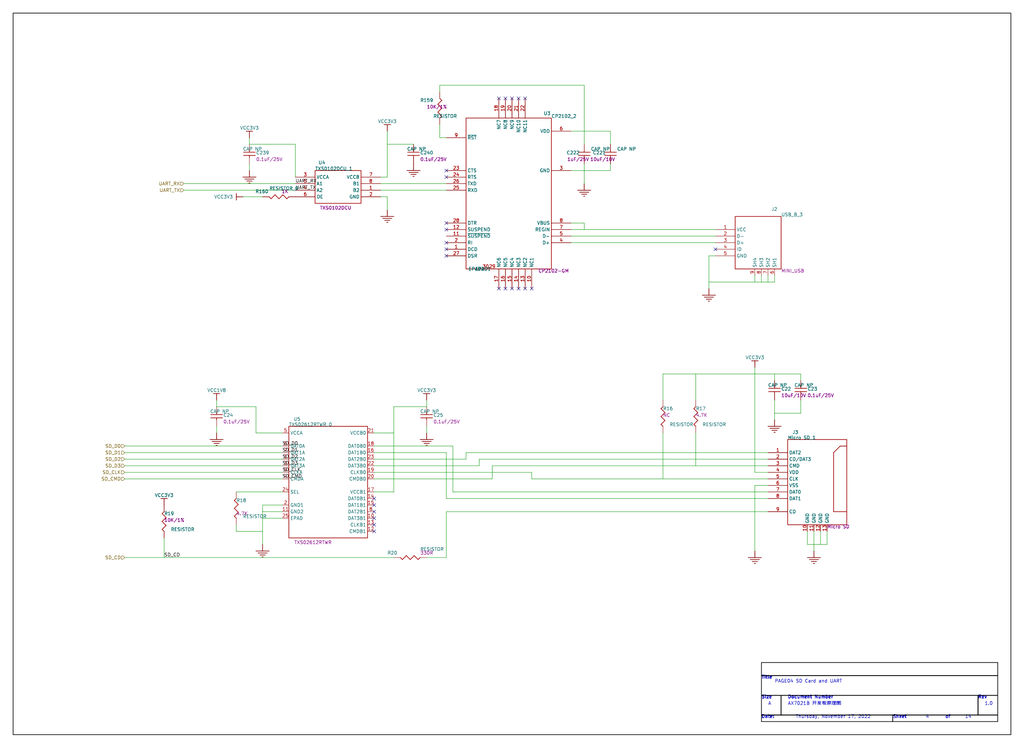
<source format=kicad_sch>
(kicad_sch (version 20231120) (generator "eeschema") (generator_version "8.0")
  (paper "User" 396.24 289.56)
  (title_block (title "PAGE04 SD Card and UART"))
  (lib_symbols
    (symbol "proj1-altium-import:GND_POWER_GROUND" (power)
      (property "Reference" "#PWR" (at 0 0 0))
      (property "Value" "GND" (at 0 6.35 0))
      (symbol "GND_POWER_GROUND_0_0"
        (polyline (pts (xy -2.54 -2.54) (xy 2.54 -2.54)) (stroke (width 0.254)))
        (polyline (pts (xy -1.778 -3.302) (xy 1.778 -3.302)) (stroke (width 0.254)))
        (polyline (pts (xy -1.016 -4.064) (xy 1.016 -4.064)) (stroke (width 0.254)))
        (polyline (pts (xy -0.254 -4.826) (xy 0.254 -4.826)) (stroke (width 0.254)))
        (polyline (pts (xy 0 0) (xy 0 -2.54)) (stroke (width 0.254)))
        (pin power_in line (at 0 0 0) (length 0) hide (name "GND") (number ""))
      )
    )
    (symbol "proj1-altium-import:VCC1V8_BAR" (power)
      (property "Reference" "#PWR" (at 0 0 0))
      (property "Value" "VCC1V8" (at 0 3.81 0))
      (symbol "VCC1V8_BAR_0_0"
        (polyline (pts (xy -1.27 -2.54) (xy 1.27 -2.54)) (stroke (width 0.254)))
        (polyline (pts (xy 0 0) (xy 0 -2.54)) (stroke (width 0.254)))
        (pin power_in line (at 0 0 0) (length 0) hide (name "VCC1V8") (number ""))
      )
    )
    (symbol "proj1-altium-import:VCC3V3_BAR" (power)
      (property "Reference" "#PWR" (at 0 0 0))
      (property "Value" "VCC3V3" (at 0 3.81 0))
      (symbol "VCC3V3_BAR_0_0"
        (polyline (pts (xy -1.27 -2.54) (xy 1.27 -2.54)) (stroke (width 0.254)))
        (polyline (pts (xy 0 0) (xy 0 -2.54)) (stroke (width 0.254)))
        (pin power_in line (at 0 0 0) (length 0) hide (name "VCC3V3") (number ""))
      )
    )
    (symbol "proj1-altium-import:root_0_CAP NP"
      (symbol "root_0_CAP NP_1_0"
        (polyline (pts (xy 0.254 -1.778) (xy 4.826 -1.778)) (stroke (width 0.254) (color 160 0 0 1)))
        (polyline (pts (xy 0.254 -0.508) (xy 4.826 -0.508)) (stroke (width 0.254) (color 160 0 0 1)))
        (polyline (pts (xy 2.54 -2.54) (xy 2.54 -1.778)) (stroke (width 0.254) (color 160 0 0 1)))
        (polyline (pts (xy 2.54 0) (xy 2.54 -0.508)) (stroke (width 0.254) (color 160 0 0 1)))
        (pin passive line (at 2.54 2.54 270) (length 2.54) (name "1") (number "1"))
        (pin passive line (at 2.54 -5.08 90) (length 2.54) (name "2") (number "2"))
      )
    )
    (symbol "proj1-altium-import:root_0_Micro SD_1"
      (symbol "root_0_Micro SD_1_1_0"
        (polyline (pts (xy 17.78 -27.94) (xy 22.86 -27.94)) (stroke (width 0.254) (color 160 0 0 1)))
        (polyline (pts (xy 17.78 -5.08) (xy 17.78 -27.94)) (stroke (width 0.254) (color 160 0 0 1)))
        (polyline (pts (xy 20.32 -2.54) (xy 17.78 -5.08)) (stroke (width 0.254) (color 160 0 0 1)))
        (polyline (pts (xy 22.86 -2.54) (xy 20.32 -2.54)) (stroke (width 0.254) (color 160 0 0 1)))
        (rectangle (start 0 0) (end 22.86 -33.02) (stroke (width 0.254) (color 160 0 0 1)))
        (pin passive line (at -7.62 -5.08 0) (length 7.62) (name "DAT2") (number "1"))
        (pin passive line (at 7.62 -35.56 90) (length 2.54) (name "GND") (number "10"))
        (pin passive line (at 10.16 -35.56 90) (length 2.54) (name "GND") (number "11"))
        (pin passive line (at 12.7 -35.56 90) (length 2.54) (name "GND") (number "12"))
        (pin passive line (at 15.24 -35.56 90) (length 2.54) (name "GND") (number "13"))
        (pin passive line (at -7.62 -7.62 0) (length 7.62) (name "CD/DAT3") (number "2"))
        (pin passive line (at -7.62 -10.16 0) (length 7.62) (name "CMD") (number "3"))
        (pin passive line (at -7.62 -12.7 0) (length 7.62) (name "VDD") (number "4"))
        (pin passive line (at -7.62 -15.24 0) (length 7.62) (name "CLK") (number "5"))
        (pin passive line (at -7.62 -17.78 0) (length 7.62) (name "VSS") (number "6"))
        (pin passive line (at -7.62 -20.32 0) (length 7.62) (name "DAT0") (number "7"))
        (pin passive line (at -7.62 -22.86 0) (length 7.62) (name "DAT1") (number "8"))
        (pin passive line (at -7.62 -27.94 0) (length 7.62) (name "CD") (number "9"))
      )
    )
    (symbol "proj1-altium-import:root_0_TXS0102DCU_1"
      (symbol "root_0_TXS0102DCU_1_1_0"
        (rectangle (start 0 0) (end 17.78 -12.7) (stroke (width 0.254) (color 160 0 0 1)))
        (pin passive line (at 25.4 -7.62 180) (length 7.62) (name "B2") (number "1"))
        (pin passive line (at 25.4 -10.16 180) (length 7.62) (name "GND") (number "2"))
        (pin passive line (at -7.62 -2.54 0) (length 7.62) (name "VCCA") (number "3"))
        (pin passive line (at -7.62 -7.62 0) (length 7.62) (name "A2") (number "4"))
        (pin passive line (at -7.62 -5.08 0) (length 7.62) (name "A1") (number "5"))
        (pin passive line (at -7.62 -10.16 0) (length 7.62) (name "OE") (number "6"))
        (pin passive line (at 25.4 -2.54 180) (length 7.62) (name "VCCB") (number "7"))
        (pin passive line (at 25.4 -5.08 180) (length 7.62) (name "B1") (number "8"))
      )
    )
    (symbol "proj1-altium-import:root_0_TXS02612RTWR_0"
      (symbol "root_0_TXS02612RTWR_0_1_0"
        (rectangle (start 0 0) (end 30.48 -43.18) (stroke (width 0.254) (color 160 0 0 1)))
        (pin passive line (at -2.54 -12.7 0) (length 2.54) (name "DAT2A") (number "1"))
        (pin passive line (at 33.02 -35.56 180) (length 2.54) (name "DAT3B1") (number "10"))
        (pin passive line (at -2.54 -33.02 0) (length 2.54) (name "GND2") (number "11"))
        (pin passive line (at 33.02 -40.64 180) (length 2.54) (name "CMDB1") (number "12"))
        (pin passive line (at 33.02 -38.1 180) (length 2.54) (name "CLKB1") (number "13"))
        (pin passive line (at 33.02 -27.94 180) (length 2.54) (name "DAT0B1") (number "14"))
        (pin passive line (at 33.02 -30.48 180) (length 2.54) (name "DAT1B1") (number "15"))
        (pin passive line (at 33.02 -10.16 180) (length 2.54) (name "DAT1B0") (number "16"))
        (pin passive line (at 33.02 -25.4 180) (length 2.54) (name "VCCB1") (number "17"))
        (pin passive line (at 33.02 -7.62 180) (length 2.54) (name "DAT0B0") (number "18"))
        (pin passive line (at 33.02 -17.78 180) (length 2.54) (name "CLKB0") (number "19"))
        (pin passive line (at -2.54 -30.48 0) (length 2.54) (name "GND1") (number "2"))
        (pin passive line (at 33.02 -20.32 180) (length 2.54) (name "CMDB0") (number "20"))
        (pin passive line (at 33.02 -2.54 180) (length 2.54) (name "VCCB0") (number "21"))
        (pin passive line (at 33.02 -15.24 180) (length 2.54) (name "DAT3B0") (number "22"))
        (pin passive line (at 33.02 -12.7 180) (length 2.54) (name "DAT2B0") (number "23"))
        (pin passive line (at -2.54 -25.4 0) (length 2.54) (name "SEL") (number "24"))
        (pin passive line (at -2.54 -35.56 0) (length 2.54) (name "EPAD") (number "25"))
        (pin passive line (at -2.54 -15.24 0) (length 2.54) (name "DAT3A") (number "3"))
        (pin passive line (at -2.54 -20.32 0) (length 2.54) (name "CMDA") (number "4"))
        (pin passive line (at -2.54 -2.54 0) (length 2.54) (name "VCCA") (number "5"))
        (pin passive line (at -2.54 -7.62 0) (length 2.54) (name "DAT0A") (number "6"))
        (pin passive line (at -2.54 -10.16 0) (length 2.54) (name "DAT1A") (number "7"))
        (pin passive line (at 33.02 -33.02 180) (length 2.54) (name "DAT2B1") (number "8"))
        (pin passive line (at -2.54 -17.78 0) (length 2.54) (name "CLKA") (number "9"))
      )
    )
    (symbol "proj1-altium-import:root_0_mirrored_CAP NP"
      (symbol "root_0_mirrored_CAP NP_1_0"
        (polyline (pts (xy -2.54 -2.54) (xy -2.54 -1.778)) (stroke (width 0.254) (color 160 0 0 1)))
        (polyline (pts (xy -2.54 0) (xy -2.54 -0.508)) (stroke (width 0.254) (color 160 0 0 1)))
        (polyline (pts (xy -0.254 -1.778) (xy -4.826 -1.778)) (stroke (width 0.254) (color 160 0 0 1)))
        (polyline (pts (xy -0.254 -0.508) (xy -4.826 -0.508)) (stroke (width 0.254) (color 160 0 0 1)))
        (pin passive line (at -2.54 2.54 270) (length 2.54) (name "1") (number "1"))
        (pin passive line (at -2.54 -5.08 90) (length 2.54) (name "2") (number "2"))
      )
    )
    (symbol "proj1-altium-import:root_0_mirrored_CP2102_2"
      (symbol "root_0_mirrored_CP2102_2_1_0"
        (rectangle (start -33.02 0) (end 0 -58.42) (stroke (width 0.254) (color 160 0 0 1)))
        (pin passive line (at -40.64 -50.8 0) (length 7.62) (name "DCD") (number "1"))
        (pin passive line (at -7.62 -66.04 90) (length 7.62) (name "NC1") (number "10"))
        (pin passive line (at -40.64 -45.72 0) (length 7.62) (name "~{SUSPEND}") (number "11"))
        (pin passive line (at -40.64 -43.18 0) (length 7.62) (name "SUSPEND") (number "12"))
        (pin passive line (at -10.16 -66.04 90) (length 7.62) (name "NC2") (number "13"))
        (pin passive line (at -12.7 -66.04 90) (length 7.62) (name "NC3") (number "14"))
        (pin passive line (at -15.24 -66.04 90) (length 7.62) (name "NC4") (number "15"))
        (pin passive line (at -17.78 -66.04 90) (length 7.62) (name "NC5") (number "16"))
        (pin passive line (at -20.32 -66.04 90) (length 7.62) (name "NC6") (number "17"))
        (pin passive line (at -20.32 7.62 270) (length 7.62) (name "NC7") (number "18"))
        (pin passive line (at -17.78 7.62 270) (length 7.62) (name "NC8") (number "19"))
        (pin passive line (at -40.64 -48.26 0) (length 7.62) (name "RI") (number "2"))
        (pin passive line (at -15.24 7.62 270) (length 7.62) (name "NC9") (number "20"))
        (pin passive line (at -12.7 7.62 270) (length 7.62) (name "NC10") (number "21"))
        (pin passive line (at -10.16 7.62 270) (length 7.62) (name "NC11") (number "22"))
        (pin passive line (at -40.64 -20.32 0) (length 7.62) (name "CTS") (number "23"))
        (pin passive line (at -40.64 -22.86 0) (length 7.62) (name "RTS") (number "24"))
        (pin passive line (at -40.64 -27.94 0) (length 7.62) (name "RXD") (number "25"))
        (pin passive line (at -40.64 -25.4 0) (length 7.62) (name "TXD") (number "26"))
        (pin passive line (at -40.64 -53.34 0) (length 7.62) (name "DSR") (number "27"))
        (pin passive line (at -40.64 -40.64 0) (length 7.62) (name "DTR") (number "28"))
        (pin passive line (at -22.86 -58.42 180) (length 0) (name "EPAD1") (number "29"))
        (pin passive line (at 7.62 -20.32 180) (length 7.62) (name "GND") (number "3"))
        (pin passive line (at -25.4 -58.42 180) (length 0) (name "EPAD2") (number "30"))
        (pin passive line (at 7.62 -48.26 180) (length 7.62) (name "D+") (number "4"))
        (pin passive line (at 7.62 -45.72 180) (length 7.62) (name "D-") (number "5"))
        (pin passive line (at 7.62 -5.08 180) (length 7.62) (name "VDD") (number "6"))
        (pin passive line (at 7.62 -43.18 180) (length 7.62) (name "REGIN") (number "7"))
        (pin passive line (at 7.62 -40.64 180) (length 7.62) (name "VBUS") (number "8"))
        (pin passive line (at -40.64 -7.62 0) (length 7.62) (name "~{RST}") (number "9"))
      )
    )
    (symbol "proj1-altium-import:root_0_mirrored_USB_B_3"
      (symbol "root_0_mirrored_USB_B_3_1_0"
        (rectangle (start -17.78 0) (end 0 -20.32) (stroke (width 0.254) (color 160 0 0 1)))
        (pin passive line (at -25.4 -5.08 0) (length 7.62) (name "VCC") (number "1"))
        (pin passive line (at -25.4 -7.62 0) (length 7.62) (name "D-") (number "2"))
        (pin passive line (at -25.4 -10.16 0) (length 7.62) (name "D+") (number "3"))
        (pin passive line (at -25.4 -12.7 0) (length 7.62) (name "ID") (number "4"))
        (pin passive line (at -25.4 -15.24 0) (length 7.62) (name "GND") (number "5"))
        (pin passive line (at -2.54 -22.86 90) (length 2.54) (name "SH1") (number "6"))
        (pin passive line (at -5.08 -22.86 90) (length 2.54) (name "SH2") (number "7"))
        (pin passive line (at -7.62 -22.86 90) (length 2.54) (name "SH3") (number "8"))
        (pin passive line (at -10.16 -22.86 90) (length 2.54) (name "SH4") (number "9"))
      )
    )
    (symbol "proj1-altium-import:root_2_RESISTOR"
      (symbol "root_2_RESISTOR_1_0"
        (polyline (pts (xy -3.302 0.762) (xy -1.778 2.286)) (stroke (width 0.254) (color 160 0 0 1)))
        (polyline (pts (xy -3.302 3.81) (xy -1.778 5.334)) (stroke (width 0.254) (color 160 0 0 1)))
        (polyline (pts (xy -3.302 6.858) (xy -2.54 7.62)) (stroke (width 0.254) (color 160 0 0 1)))
        (polyline (pts (xy -2.54 0) (xy -3.302 0.762)) (stroke (width 0.254) (color 160 0 0 1)))
        (polyline (pts (xy -1.778 2.286) (xy -3.302 3.81)) (stroke (width 0.254) (color 160 0 0 1)))
        (polyline (pts (xy -1.778 5.334) (xy -3.302 6.858)) (stroke (width 0.254) (color 160 0 0 1)))
        (pin passive line (at -2.54 -2.54 90) (length 2.54) (name "1") (number "1"))
        (pin passive line (at -2.54 10.16 270) (length 2.54) (name "2") (number "2"))
      )
    )
    (symbol "proj1-altium-import:root_2_mirrored_RESISTOR"
      (symbol "root_2_mirrored_RESISTOR_1_0"
        (polyline (pts (xy 1.778 2.286) (xy 3.302 3.81)) (stroke (width 0.254) (color 160 0 0 1)))
        (polyline (pts (xy 1.778 5.334) (xy 3.302 6.858)) (stroke (width 0.254) (color 160 0 0 1)))
        (polyline (pts (xy 2.54 0) (xy 3.302 0.762)) (stroke (width 0.254) (color 160 0 0 1)))
        (polyline (pts (xy 3.302 0.762) (xy 1.778 2.286)) (stroke (width 0.254) (color 160 0 0 1)))
        (polyline (pts (xy 3.302 3.81) (xy 1.778 5.334)) (stroke (width 0.254) (color 160 0 0 1)))
        (polyline (pts (xy 3.302 6.858) (xy 2.54 7.62)) (stroke (width 0.254) (color 160 0 0 1)))
        (pin passive line (at 2.54 -2.54 90) (length 2.54) (name "1") (number "1"))
        (pin passive line (at 2.54 10.16 270) (length 2.54) (name "2") (number "2"))
      )
    )
    (symbol "proj1-altium-import:root_3_RESISTOR"
      (symbol "root_3_RESISTOR_1_0"
        (polyline (pts (xy -6.858 -3.302) (xy -7.62 -2.54)) (stroke (width 0.254) (color 160 0 0 1)))
        (polyline (pts (xy -5.334 -1.778) (xy -6.858 -3.302)) (stroke (width 0.254) (color 160 0 0 1)))
        (polyline (pts (xy -3.81 -3.302) (xy -5.334 -1.778)) (stroke (width 0.254) (color 160 0 0 1)))
        (polyline (pts (xy -2.286 -1.778) (xy -3.81 -3.302)) (stroke (width 0.254) (color 160 0 0 1)))
        (polyline (pts (xy -0.762 -3.302) (xy -2.286 -1.778)) (stroke (width 0.254) (color 160 0 0 1)))
        (polyline (pts (xy 0 -2.54) (xy -0.762 -3.302)) (stroke (width 0.254) (color 160 0 0 1)))
        (pin passive line (at 2.54 -2.54 180) (length 2.54) (name "1") (number "1"))
        (pin passive line (at -10.16 -2.54 0) (length 2.54) (name "2") (number "2"))
      )
    )
    (symbol "proj1-altium-import:root_3_mirrored_RESISTOR_0"
      (symbol "root_3_mirrored_RESISTOR_0_1_0"
        (polyline (pts (xy 0 -2.54) (xy 0.762 -3.302)) (stroke (width 0.254) (color 160 0 0 1)))
        (polyline (pts (xy 0.762 -3.302) (xy 2.286 -1.778)) (stroke (width 0.254) (color 160 0 0 1)))
        (polyline (pts (xy 2.286 -1.778) (xy 3.81 -3.302)) (stroke (width 0.254) (color 160 0 0 1)))
        (polyline (pts (xy 3.81 -3.302) (xy 5.334 -1.778)) (stroke (width 0.254) (color 160 0 0 1)))
        (polyline (pts (xy 5.334 -1.778) (xy 6.858 -3.302)) (stroke (width 0.254) (color 160 0 0 1)))
        (polyline (pts (xy 6.858 -3.302) (xy 7.62 -2.54)) (stroke (width 0.254) (color 160 0 0 1)))
        (pin passive line (at -2.54 -2.54 0) (length 2.54) (name "1") (number "1"))
        (pin passive line (at 10.16 -2.54 180) (length 2.54) (name "2") (number "2"))
      )
    )
  )
  (no_connect (at 144.78 200.66))
  (no_connect (at 200.66 38.1))
  (no_connect (at 205.74 111.76))
  (no_connect (at 172.72 88.9))
  (no_connect (at 172.72 93.98))
  (no_connect (at 144.78 193.04))
  (no_connect (at 172.72 66.04))
  (no_connect (at 203.2 38.1))
  (no_connect (at 195.58 111.76))
  (no_connect (at 172.72 68.58))
  (no_connect (at 172.72 96.52))
  (no_connect (at 198.12 38.1))
  (no_connect (at 144.78 205.74))
  (no_connect (at 172.72 99.06))
  (no_connect (at 144.78 198.12))
  (no_connect (at 195.58 38.1))
  (no_connect (at 193.04 111.76))
  (no_connect (at 200.66 111.76))
  (no_connect (at 172.72 86.36))
  (no_connect (at 144.78 203.2))
  (no_connect (at 203.2 111.76))
  (no_connect (at 193.04 38.1))
  (no_connect (at 198.12 111.76))
  (no_connect (at 144.78 195.58))
  (no_connect (at 276.86 96.52))
  (wire (pts (xy 297.18 175.26) (xy 180.34 175.26)))
  (wire (pts (xy 185.42 180.34) (xy 144.78 180.34)))
  (wire (pts (xy 299.72 144.78) (xy 292.1 144.78)))
  (wire (pts (xy 185.42 177.8) (xy 185.42 180.34)))
  (wire (pts (xy 226.06 55.88) (xy 226.06 50.8)))
  (wire (pts (xy 109.22 175.26) (xy 48.26 175.26)))
  (wire (pts (xy 172.72 175.26) (xy 144.78 175.26)))
  (wire (pts (xy 256.54 144.78) (xy 256.54 154.94)))
  (wire (pts (xy 114.3 73.66) (xy 71.12 73.66)))
  (wire (pts (xy 205.74 185.42) (xy 205.74 182.88)))
  (wire (pts (xy 226.06 63.5) (xy 226.06 66.04)))
  (wire (pts (xy 147.32 76.2) (xy 149.86 76.2)))
  (wire (pts (xy 314.96 210.82) (xy 314.96 205.74)))
  (wire (pts (xy 91.44 205.74) (xy 91.44 203.2)))
  (wire (pts (xy 109.22 198.12) (xy 101.6 198.12)))
  (wire (pts (xy 99.06 157.48) (xy 83.82 157.48)))
  (wire (pts (xy 205.74 182.88) (xy 144.78 182.88)))
  (wire (pts (xy 96.52 66.04) (xy 96.52 63.5)))
  (wire (pts (xy 314.96 210.82) (xy 312.42 210.82)))
  (wire (pts (xy 276.86 91.44) (xy 220.98 91.44)))
  (wire (pts (xy 99.06 167.64) (xy 99.06 157.48)))
  (wire (pts (xy 274.32 111.76) (xy 274.32 109.22)))
  (wire (pts (xy 175.26 172.72) (xy 144.78 172.72)))
  (wire (pts (xy 165.1 167.64) (xy 165.1 165.1)))
  (wire (pts (xy 109.22 182.88) (xy 48.26 182.88)))
  (wire (pts (xy 165.1 215.9) (xy 172.72 215.9)))
  (wire (pts (xy 101.6 200.66) (xy 101.6 205.74)))
  (wire (pts (xy 226.06 50.8) (xy 226.06 33.02)))
  (wire (pts (xy 299.72 106.68) (xy 299.72 109.22)))
  (wire (pts (xy 114.3 71.12) (xy 71.12 71.12)))
  (wire (pts (xy 172.72 198.12) (xy 297.18 198.12)))
  (wire (pts (xy 226.06 66.04) (xy 236.22 66.04)))
  (wire (pts (xy 170.18 33.02) (xy 170.18 35.56)))
  (wire (pts (xy 236.22 55.88) (xy 236.22 50.8)))
  (wire (pts (xy 269.24 144.78) (xy 256.54 144.78)))
  (wire (pts (xy 312.42 210.82) (xy 312.42 205.74)))
  (wire (pts (xy 297.18 180.34) (xy 269.24 180.34)))
  (wire (pts (xy 172.72 73.66) (xy 147.32 73.66)))
  (wire (pts (xy 274.32 109.22) (xy 274.32 99.06)))
  (wire (pts (xy 299.72 144.78) (xy 299.72 147.32)))
  (wire (pts (xy 152.4 215.9) (xy 63.5 215.9)))
  (wire (pts (xy 149.86 50.8) (xy 149.86 55.88)))
  (wire (pts (xy 96.52 55.88) (xy 96.52 53.34)))
  (wire (pts (xy 309.88 160.02) (xy 299.72 160.02)))
  (wire (pts (xy 114.3 55.88) (xy 96.52 55.88)))
  (wire (pts (xy 93.98 76.2) (xy 101.6 76.2)))
  (wire (pts (xy 83.82 167.64) (xy 83.82 165.1)))
  (wire (pts (xy 114.3 68.58) (xy 114.3 55.88)))
  (wire (pts (xy 63.5 215.9) (xy 63.5 208.28)))
  (wire (pts (xy 317.5 205.74) (xy 317.5 210.82)))
  (wire (pts (xy 269.24 180.34) (xy 190.5 180.34)))
  (wire (pts (xy 101.6 198.12) (xy 101.6 195.58)))
  (wire (pts (xy 172.72 215.9) (xy 172.72 198.12)))
  (wire (pts (xy 314.96 213.36) (xy 314.96 210.82)))
  (wire (pts (xy 152.4 190.5) (xy 152.4 167.64)))
  (wire (pts (xy 109.22 177.8) (xy 48.26 177.8)))
  (wire (pts (xy 180.34 177.8) (xy 144.78 177.8)))
  (wire (pts (xy 292.1 144.78) (xy 269.24 144.78)))
  (wire (pts (xy 309.88 147.32) (xy 309.88 144.78)))
  (wire (pts (xy 256.54 185.42) (xy 256.54 167.64)))
  (wire (pts (xy 175.26 190.5) (xy 175.26 172.72)))
  (wire (pts (xy 152.4 157.48) (xy 152.4 167.64)))
  (wire (pts (xy 165.1 157.48) (xy 152.4 157.48)))
  (wire (pts (xy 297.18 109.22) (xy 297.18 106.68)))
  (wire (pts (xy 226.06 50.8) (xy 220.98 50.8)))
  (wire (pts (xy 292.1 187.96) (xy 292.1 213.36)))
  (wire (pts (xy 149.86 76.2) (xy 149.86 81.28)))
  (wire (pts (xy 165.1 154.94) (xy 165.1 157.48)))
  (wire (pts (xy 109.22 172.72) (xy 48.26 172.72)))
  (wire (pts (xy 320.04 205.74) (xy 320.04 210.82)))
  (wire (pts (xy 292.1 144.78) (xy 292.1 142.24)))
  (wire (pts (xy 297.18 193.04) (xy 172.72 193.04)))
  (wire (pts (xy 172.72 193.04) (xy 172.72 175.26)))
  (wire (pts (xy 226.06 71.12) (xy 226.06 66.04)))
  (wire (pts (xy 101.6 205.74) (xy 91.44 205.74)))
  (wire (pts (xy 256.54 185.42) (xy 205.74 185.42)))
  (wire (pts (xy 297.18 109.22) (xy 294.64 109.22)))
  (wire (pts (xy 190.5 180.34) (xy 190.5 185.42)))
  (wire (pts (xy 299.72 160.02) (xy 299.72 162.56)))
  (wire (pts (xy 226.06 66.04) (xy 220.98 66.04)))
  (wire (pts (xy 190.5 185.42) (xy 144.78 185.42)))
  (wire (pts (xy 101.6 195.58) (xy 109.22 195.58)))
  (wire (pts (xy 226.06 33.02) (xy 170.18 33.02)))
  (wire (pts (xy 294.64 109.22) (xy 294.64 106.68)))
  (wire (pts (xy 269.24 144.78) (xy 269.24 154.94)))
  (wire (pts (xy 299.72 109.22) (xy 297.18 109.22)))
  (wire (pts (xy 236.22 50.8) (xy 226.06 50.8)))
  (wire (pts (xy 309.88 154.94) (xy 309.88 160.02)))
  (wire (pts (xy 297.18 185.42) (xy 256.54 185.42)))
  (wire (pts (xy 172.72 53.34) (xy 170.18 53.34)))
  (wire (pts (xy 170.18 53.34) (xy 170.18 48.26)))
  (wire (pts (xy 274.32 99.06) (xy 276.86 99.06)))
  (wire (pts (xy 276.86 93.98) (xy 220.98 93.98)))
  (wire (pts (xy 292.1 109.22) (xy 274.32 109.22)))
  (wire (pts (xy 149.86 68.58) (xy 147.32 68.58)))
  (wire (pts (xy 172.72 71.12) (xy 147.32 71.12)))
  (wire (pts (xy 109.22 190.5) (xy 91.44 190.5)))
  (wire (pts (xy 292.1 106.68) (xy 292.1 109.22)))
  (wire (pts (xy 63.5 215.9) (xy 48.26 215.9)))
  (wire (pts (xy 320.04 210.82) (xy 317.5 210.82)))
  (wire (pts (xy 149.86 55.88) (xy 160.02 55.88)))
  (wire (pts (xy 269.24 167.64) (xy 269.24 180.34)))
  (wire (pts (xy 226.06 86.36) (xy 220.98 86.36)))
  (wire (pts (xy 309.88 144.78) (xy 299.72 144.78)))
  (wire (pts (xy 292.1 182.88) (xy 292.1 144.78)))
  (wire (pts (xy 109.22 200.66) (xy 101.6 200.66)))
  (wire (pts (xy 226.06 88.9) (xy 226.06 86.36)))
  (wire (pts (xy 297.18 182.88) (xy 292.1 182.88)))
  (wire (pts (xy 101.6 200.66) (xy 101.6 198.12)))
  (wire (pts (xy 109.22 185.42) (xy 48.26 185.42)))
  (wire (pts (xy 236.22 66.04) (xy 236.22 63.5)))
  (wire (pts (xy 180.34 175.26) (xy 180.34 177.8)))
  (wire (pts (xy 144.78 190.5) (xy 152.4 190.5)))
  (wire (pts (xy 294.64 109.22) (xy 292.1 109.22)))
  (wire (pts (xy 297.18 177.8) (xy 185.42 177.8)))
  (wire (pts (xy 299.72 160.02) (xy 299.72 154.94)))
  (wire (pts (xy 152.4 167.64) (xy 144.78 167.64)))
  (wire (pts (xy 109.22 180.34) (xy 48.26 180.34)))
  (wire (pts (xy 317.5 210.82) (xy 314.96 210.82)))
  (wire (pts (xy 297.18 187.96) (xy 292.1 187.96)))
  (wire (pts (xy 276.86 88.9) (xy 226.06 88.9)))
  (wire (pts (xy 149.86 55.88) (xy 149.86 68.58)))
  (wire (pts (xy 297.18 190.5) (xy 175.26 190.5)))
  (wire (pts (xy 226.06 88.9) (xy 220.98 88.9)))
  (wire (pts (xy 101.6 210.82) (xy 101.6 205.74)))
  (wire (pts (xy 109.22 167.64) (xy 99.06 167.64)))
  (wire (pts (xy 83.82 157.48) (xy 83.82 154.94)))
  (rectangle (start 391.16 5.08) (end 5.08 284.48) (stroke (width 0.254) (color 0 0 0 1)))
  (rectangle (start 386.08 269.24) (end 378.46 276.86) (stroke (width 0.254) (color 0 0 0 1)))
  (rectangle (start 345.44 276.86) (end 294.64 279.4) (stroke (width 0.254) (color 0 0 0 1)))
  (rectangle (start 386.08 256.54) (end 294.64 261.62) (stroke (width 0.254) (color 0 0 0 1)))
  (rectangle (start 386.08 276.86) (end 345.44 279.4) (stroke (width 0.254) (color 0 0 0 1)))
  (rectangle (start 378.46 269.24) (end 302.26 276.86) (stroke (width 0.254) (color 0 0 0 1)))
  (rectangle (start 302.26 269.24) (end 294.64 276.86) (stroke (width 0.254) (color 0 0 0 1)))
  (rectangle (start 386.08 261.62) (end 294.64 269.24) (stroke (width 0.254) (color 0 0 0 1)))
  (text "Sheet" (at 345.44 276.86 0) (effects (font (size 1.27 1.27)) (justify left top)))
  (text "PAGE04 SD Card and UART" (at 299.72 263.144 0) (effects (font (size 1.27 1.27)) (justify left top)))
  (text "Size" (at 294.64 269.24 0) (effects (font (size 1.27 1.27)) (justify left top)))
  (text "Rev" (at 378.46 269.24 0) (effects (font (size 1.27 1.27)) (justify left top)))
  (text "Sheet" (at 345.44 276.86 0) (effects (font (size 1.27 1.27)) (justify left top)))
  (text "of" (at 365.76 276.86 0) (effects (font (size 1.27 1.27)) (justify left top)))
  (text "4" (at 358.14 276.86 0) (effects (font (size 1.27 1.27)) (justify left top)))
  (text "AX7021B 开发板原理图" (at 304.8 271.78 0) (effects (font (size 1.27 1.27)) (justify left top)))
  (text "Size" (at 294.64 269.24 0) (effects (font (size 1.27 1.27)) (justify left top)))
  (text "Date:" (at 294.64 276.86 0) (effects (font (size 1.27 1.27)) (justify left top)))
  (text "Date:" (at 294.64 276.86 0) (effects (font (size 1.27 1.27)) (justify left top)))
  (text "Document Number" (at 304.8 269.24 0) (effects (font (size 1.27 1.27)) (justify left top)))
  (text "Sheet" (at 345.44 276.86 0) (effects (font (size 1.27 1.27)) (justify left top)))
  (text "Document Number" (at 304.8 269.24 0) (effects (font (size 1.27 1.27)) (justify left top)))
  (text "1.0" (at 381 271.78 0) (effects (font (size 1.27 1.27)) (justify left top)))
  (text "of" (at 365.76 276.86 0) (effects (font (size 1.27 1.27)) (justify left top)))
  (text "Thursday, November 17, 2022" (at 307.848 276.86 0) (effects (font (size 1.27 1.27)) (justify left top)))
  (text "Rev" (at 378.46 269.24 0) (effects (font (size 1.27 1.27)) (justify left top)))
  (text "Size" (at 294.64 269.24 0) (effects (font (size 1.27 1.27)) (justify left top)))
  (text "Rev" (at 378.46 269.24 0) (effects (font (size 1.27 1.27)) (justify left top)))
  (text "Title" (at 294.64 261.62 0) (effects (font (size 1.27 1.27)) (justify left top)))
  (text "A" (at 297.18 271.78 0) (effects (font (size 1.27 1.27)) (justify left top)))
  (text "Title" (at 294.64 261.62 0) (effects (font (size 1.27 1.27)) (justify left top)))
  (text "Title" (at 294.64 261.62 0) (effects (font (size 1.27 1.27)) (justify left top)))
  (text "Rev" (at 378.46 269.24 0) (effects (font (size 1.27 1.27)) (justify left top)))
  (text "of" (at 365.76 276.86 0) (effects (font (size 1.27 1.27)) (justify left top)))
  (text "Document Number" (at 304.8 269.24 0) (effects (font (size 1.27 1.27)) (justify left top)))
  (text "Date:" (at 294.64 276.86 0) (effects (font (size 1.27 1.27)) (justify left top)))
  (text "Document Number" (at 304.8 269.24 0) (effects (font (size 1.27 1.27)) (justify left top)))
  (text "of" (at 365.76 276.86 0) (effects (font (size 1.27 1.27)) (justify left top)))
  (text "14" (at 373.38 276.86 0) (effects (font (size 1.27 1.27)) (justify left top)))
  (text "Size" (at 294.64 269.24 0) (effects (font (size 1.27 1.27)) (justify left top)))
  (text "Sheet" (at 345.44 276.86 0) (effects (font (size 1.27 1.27)) (justify left top)))
  (text "Date:" (at 294.64 276.86 0) (effects (font (size 1.27 1.27)) (justify left top)))
  (text "Title" (at 294.64 261.62 0) (effects (font (size 1.27 1.27)) (justify left top)))
  (label "SD_D0" (at 109.22 172.72 0))
  (label "SD_CMD" (at 109.22 185.42 0))
  (label "UART_RX" (at 114.3 71.12 0))
  (label "SD_D1" (at 109.22 175.26 0))
  (label "SD_CD" (at 63.5 215.9 0))
  (label "SD_CLK" (at 109.22 182.88 0))
  (label "UART_TX" (at 114.3 73.66 0))
  (label "SD_D3" (at 109.22 180.34 0))
  (label "SD_D2" (at 109.22 177.8 0))
  (hierarchical_label "SD_D0" (shape input) (at 48.26 172.72 180))
  (hierarchical_label "SD_D1" (shape input) (at 48.26 175.26 180))
  (hierarchical_label "SD_D3" (shape input) (at 48.26 180.34 180))
  (hierarchical_label "SD_CD" (shape input) (at 48.26 215.9 180))
  (hierarchical_label "UART_TX" (shape input) (at 71.12 73.66 180))
  (hierarchical_label "UART_RX" (shape input) (at 71.12 71.12 180))
  (hierarchical_label "SD_D2" (shape input) (at 48.26 177.8 180))
  (hierarchical_label "SD_CLK" (shape input) (at 48.26 182.88 180))
  (hierarchical_label "SD_CMD" (shape input) (at 48.26 185.42 180))
  (symbol (lib_id "proj1-altium-import:root_2_RESISTOR") (at 66.04 205.74 0) (unit 1)
    (property "Reference" "R19" (at 63.5 198.12 0) (effects (justify left top)))
    (property "Value" "RESISTOR" (at 66.04 205.74 0) (effects (justify left bottom)))
    (property "SYMBOL" "RESISTOR" (effects (hide yes)))
    (property "DEVICE" "RESISTOR" (effects (hide yes)))
    (property "PCB FOOTPRINT" "R0402" (effects (hide yes)))
    (property "SOURCE PACKAGE" "RESISTOR" (effects (hide yes)))
    (property "PRIMITIVE" "DEFAULT" (effects (hide yes)))
    (property "VA" "电阻" (effects (hide yes)))
    (property "ALTIUM_VALUE" "10K/1%" (at 63.5 200.66 0) (effects (justify left top)))
    (property "IMPLEMENTATION TYPE" "<none>" (effects (hide yes)))
    (property "POWER PINS VISIBLE" "False" (effects (hide yes)))
    (property "ADD INTO BOM" "yes" (effects (hide yes)))
    (property "CONVERT TO PCB" "yes" (effects (hide yes)))
    (property "ORIGIN FOOTPRINT" "R0402" (effects (hide yes)))
  )
  (symbol (lib_id "proj1-altium-import:root_2_RESISTOR") (at 93.98 200.66 0) (unit 1)
    (property "Reference" "R18" (at 91.44 193.04 0) (effects (justify left top)))
    (property "Value" "RESISTOR" (at 93.98 200.66 0) (effects (justify left bottom)))
    (property "SYMBOL" "RESISTOR" (effects (hide yes)))
    (property "DEVICE" "RESISTOR" (effects (hide yes)))
    (property "PCB FOOTPRINT" "R0402" (effects (hide yes)))
    (property "SOURCE PACKAGE" "RESISTOR" (effects (hide yes)))
    (property "PRIMITIVE" "DEFAULT" (effects (hide yes)))
    (property "VA" "电阻" (effects (hide yes)))
    (property "ALTIUM_VALUE" "4.7K" (at 91.44 198.12 0) (effects (justify left top)))
    (property "IMPLEMENTATION TYPE" "<none>" (effects (hide yes)))
    (property "POWER PINS VISIBLE" "False" (effects (hide yes)))
    (property "ADD INTO BOM" "yes" (effects (hide yes)))
    (property "CONVERT TO PCB" "yes" (effects (hide yes)))
    (property "ORIGIN FOOTPRINT" "R0402" (effects (hide yes)))
  )
  (symbol (lib_id "proj1-altium-import:root_0_CAP NP") (at 297.18 149.86 0) (unit 1)
    (property "Reference" "C22" (at 302.26 149.86 0) (effects (justify left top)))
    (property "Value" "CAP NP" (at 297.18 149.86 0) (effects (justify left bottom)))
    (property "SYMBOL" "CAP NP" (effects (hide yes)))
    (property "DEVICE" "CAP NP" (effects (hide yes)))
    (property "PCB FOOTPRINT" "C0603" (effects (hide yes)))
    (property "SOURCE PACKAGE" "CAP NP" (effects (hide yes)))
    (property "PRIMITIVE" "DEFAULT" (effects (hide yes)))
    (property "VA" "电容" (effects (hide yes)))
    (property "ALTIUM_VALUE" "10uF/10V" (at 302.26 152.4 0) (effects (justify left top)))
    (property "IMPLEMENTATION TYPE" "<none>" (effects (hide yes)))
    (property "POWER PINS VISIBLE" "False" (effects (hide yes)))
    (property "ADD INTO BOM" "yes" (effects (hide yes)))
    (property "CONVERT TO PCB" "yes" (effects (hide yes)))
    (property "ORIGIN FOOTPRINT" "C0603" (effects (hide yes)))
  )
  (symbol (lib_id "proj1-altium-import:GND_POWER_GROUND") (at 160.02 63.5 0) (unit 1)
    (property "Reference" "#PWR?" (effects (hide yes)))
    (property "Value" "GND" (effects (hide yes)))
  )
  (symbol (lib_id "proj1-altium-import:root_2_RESISTOR") (at 271.78 165.1 0) (unit 1)
    (property "Reference" "R17" (at 269.24 157.48 0) (effects (justify left top)))
    (property "Value" "RESISTOR" (at 271.78 165.1 0) (effects (justify left bottom)))
    (property "SYMBOL" "RESISTOR" (effects (hide yes)))
    (property "DEVICE" "RESISTOR" (effects (hide yes)))
    (property "PCB FOOTPRINT" "R0402" (effects (hide yes)))
    (property "SOURCE PACKAGE" "RESISTOR" (effects (hide yes)))
    (property "PRIMITIVE" "DEFAULT" (effects (hide yes)))
    (property "VA" "电阻" (effects (hide yes)))
    (property "ALTIUM_VALUE" "4.7K" (at 269.24 160.02 0) (effects (justify left top)))
    (property "IMPLEMENTATION TYPE" "<none>" (effects (hide yes)))
    (property "POWER PINS VISIBLE" "False" (effects (hide yes)))
    (property "ADD INTO BOM" "yes" (effects (hide yes)))
    (property "CONVERT TO PCB" "yes" (effects (hide yes)))
    (property "ORIGIN FOOTPRINT" "R0402" (effects (hide yes)))
  )
  (symbol (lib_id "proj1-altium-import:root_0_CAP NP") (at 81.28 160.02 0) (unit 1)
    (property "Reference" "C24" (at 86.36 160.02 0) (effects (justify left top)))
    (property "Value" "CAP NP" (at 81.28 160.02 0) (effects (justify left bottom)))
    (property "SYMBOL" "CAP NP" (effects (hide yes)))
    (property "DEVICE" "CAP NP" (effects (hide yes)))
    (property "PCB FOOTPRINT" "C0402" (effects (hide yes)))
    (property "SOURCE PACKAGE" "CAP NP" (effects (hide yes)))
    (property "PRIMITIVE" "DEFAULT" (effects (hide yes)))
    (property "VA" "电容" (effects (hide yes)))
    (property "ALTIUM_VALUE" "0.1uF/25V" (at 86.36 162.56 0) (effects (justify left top)))
    (property "IMPLEMENTATION TYPE" "<none>" (effects (hide yes)))
    (property "POWER PINS VISIBLE" "False" (effects (hide yes)))
    (property "ADD INTO BOM" "yes" (effects (hide yes)))
    (property "CONVERT TO PCB" "yes" (effects (hide yes)))
    (property "ORIGIN FOOTPRINT" "C0402" (effects (hide yes)))
  )
  (symbol (lib_id "proj1-altium-import:GND_POWER_GROUND") (at 96.52 66.04 0) (unit 1)
    (property "Reference" "#PWR?" (effects (hide yes)))
    (property "Value" "GND" (effects (hide yes)))
  )
  (symbol (lib_id "proj1-altium-import:root_0_CAP NP") (at 162.56 160.02 0) (unit 1)
    (property "Reference" "C25" (at 167.64 160.02 0) (effects (justify left top)))
    (property "Value" "CAP NP" (at 162.56 160.02 0) (effects (justify left bottom)))
    (property "SYMBOL" "CAP NP" (effects (hide yes)))
    (property "DEVICE" "CAP NP" (effects (hide yes)))
    (property "PCB FOOTPRINT" "C0402" (effects (hide yes)))
    (property "SOURCE PACKAGE" "CAP NP" (effects (hide yes)))
    (property "PRIMITIVE" "DEFAULT" (effects (hide yes)))
    (property "VA" "电容" (effects (hide yes)))
    (property "ALTIUM_VALUE" "0.1uF/25V" (at 167.64 162.56 0) (effects (justify left top)))
    (property "IMPLEMENTATION TYPE" "<none>" (effects (hide yes)))
    (property "POWER PINS VISIBLE" "False" (effects (hide yes)))
    (property "ADD INTO BOM" "yes" (effects (hide yes)))
    (property "CONVERT TO PCB" "yes" (effects (hide yes)))
    (property "ORIGIN FOOTPRINT" "C0402" (effects (hide yes)))
  )
  (symbol (lib_id "proj1-altium-import:root_0_TXS02612RTWR_0") (at 111.76 165.1 0) (unit 1)
    (property "Reference" "U5" (at 113.538 161.544 0) (effects (justify left top)))
    (property "Value" "TXS02612RTWR_0" (at 111.76 165.1 0) (effects (justify left bottom)))
    (property "SYMBOL" "TXS02612RTWR_0" (effects (hide yes)))
    (property "DEVICE" "TXS02612RTWR_0" (effects (hide yes)))
    (property "PCB FOOTPRINT" "WQFN-24_EP" (effects (hide yes)))
    (property "SOURCE PACKAGE" "TXS02612RTWR_0" (effects (hide yes)))
    (property "PRIMITIVE" "DEFAULT" (effects (hide yes)))
    (property "VA" "芯片" (effects (hide yes)))
    (property "ALTIUM_VALUE" "TXS02612RTWR" (at 113.792 209.296 0) (effects (justify left top)))
    (property "IMPLEMENTATION TYPE" "<none>" (effects (hide yes)))
    (property "POWER PINS VISIBLE" "False" (effects (hide yes)))
    (property "ADD INTO BOM" "yes" (effects (hide yes)))
    (property "CONVERT TO PCB" "yes" (effects (hide yes)))
    (property "ORIGIN FOOTPRINT" "WQFN-24_EP" (effects (hide yes)))
  )
  (symbol (lib_id "proj1-altium-import:GND_POWER_GROUND") (at 314.96 213.36 0) (unit 1)
    (property "Reference" "#PWR?" (effects (hide yes)))
    (property "Value" "GND" (effects (hide yes)))
  )
  (symbol (lib_id "proj1-altium-import:GND_POWER_GROUND") (at 292.1 213.36 0) (unit 1)
    (property "Reference" "#PWR?" (effects (hide yes)))
    (property "Value" "GND" (effects (hide yes)))
  )
  (symbol (lib_id "proj1-altium-import:VCC3V3_BAR") (at 149.86 50.8 180) (unit 1)
    (property "Reference" "#PWR?" (effects (hide yes)))
    (property "Value" "VCC3V3" (at 149.86 46.99 0))
  )
  (symbol (lib_id "proj1-altium-import:root_0_Micro SD_1") (at 304.8 170.18 0) (unit 1)
    (property "Reference" "J3" (at 306.578 166.624 0) (effects (justify left top)))
    (property "Value" "Micro SD_1" (at 304.8 170.18 0) (effects (justify left bottom)))
    (property "SYMBOL" "Micro SD_1" (effects (hide yes)))
    (property "DEVICE" "Micro SD_1" (effects (hide yes)))
    (property "PCB FOOTPRINT" "Micro_sd" (effects (hide yes)))
    (property "SOURCE PACKAGE" "Micro SD_1" (effects (hide yes)))
    (property "PRIMITIVE" "DEFAULT" (effects (hide yes)))
    (property "VA" "SD卡座" (effects (hide yes)))
    (property "ALTIUM_VALUE" "Micro SD" (at 320.04 203.2 0) (effects (justify left top)))
    (property "IMPLEMENTATION TYPE" "<none>" (effects (hide yes)))
    (property "POWER PINS VISIBLE" "False" (effects (hide yes)))
    (property "ADD INTO BOM" "yes" (effects (hide yes)))
    (property "CONVERT TO PCB" "yes" (effects (hide yes)))
    (property "ORIGIN FOOTPRINT" "Micro_sd" (effects (hide yes)))
  )
  (symbol (lib_id "proj1-altium-import:root_0_mirrored_CAP NP") (at 238.76 58.42 0) (unit 1)
    (property "Reference" "C221" (at 229.362 58.42 0) (effects (justify left top)))
    (property "Value" "CAP NP" (at 238.76 58.42 0) (effects (justify left bottom)))
    (property "SYMBOL" "CAP NP" (effects (hide yes)))
    (property "DEVICE" "CAP NP" (effects (hide yes)))
    (property "PCB FOOTPRINT" "C0603" (effects (hide yes)))
    (property "SOURCE PACKAGE" "CAP NP" (effects (hide yes)))
    (property "PRIMITIVE" "DEFAULT" (effects (hide yes)))
    (property "VA" "电容" (effects (hide yes)))
    (property "ALTIUM_VALUE" "10uF/10V" (at 228.346 60.96 0) (effects (justify left top)))
    (property "IMPLEMENTATION TYPE" "<none>" (effects (hide yes)))
    (property "POWER PINS VISIBLE" "False" (effects (hide yes)))
    (property "ADD INTO BOM" "yes" (effects (hide yes)))
    (property "CONVERT TO PCB" "yes" (effects (hide yes)))
    (property "ORIGIN FOOTPRINT" "C0603" (effects (hide yes)))
  )
  (symbol (lib_id "proj1-altium-import:GND_POWER_GROUND") (at 226.06 71.12 0) (unit 1)
    (property "Reference" "#PWR?" (effects (hide yes)))
    (property "Value" "GND" (effects (hide yes)))
  )
  (symbol (lib_id "proj1-altium-import:GND_POWER_GROUND") (at 149.86 81.28 0) (unit 1)
    (property "Reference" "#PWR?" (effects (hide yes)))
    (property "Value" "GND" (effects (hide yes)))
  )
  (symbol (lib_id "proj1-altium-import:root_0_mirrored_CAP NP") (at 228.6 58.42 0) (unit 1)
    (property "Reference" "C222" (at 219.202 58.42 0) (effects (justify left top)))
    (property "Value" "CAP NP" (at 228.6 58.42 0) (effects (justify left bottom)))
    (property "SYMBOL" "CAP NP" (effects (hide yes)))
    (property "DEVICE" "CAP NP" (effects (hide yes)))
    (property "PCB FOOTPRINT" "C0402" (effects (hide yes)))
    (property "SOURCE PACKAGE" "CAP NP" (effects (hide yes)))
    (property "PRIMITIVE" "DEFAULT" (effects (hide yes)))
    (property "VA" "电容" (effects (hide yes)))
    (property "ALTIUM_VALUE" "1uF/25V" (at 219.456 60.96 0) (effects (justify left top)))
    (property "IMPLEMENTATION TYPE" "<none>" (effects (hide yes)))
    (property "POWER PINS VISIBLE" "False" (effects (hide yes)))
    (property "ADD INTO BOM" "yes" (effects (hide yes)))
    (property "CONVERT TO PCB" "yes" (effects (hide yes)))
    (property "ORIGIN FOOTPRINT" "C0402" (effects (hide yes)))
  )
  (symbol (lib_id "proj1-altium-import:VCC3V3_BAR") (at 63.5 195.58 180) (unit 1)
    (property "Reference" "#PWR?" (effects (hide yes)))
    (property "Value" "VCC3V3" (at 63.5 191.77 0))
  )
  (symbol (lib_id "proj1-altium-import:VCC3V3_BAR") (at 96.52 53.34 180) (unit 1)
    (property "Reference" "#PWR?" (effects (hide yes)))
    (property "Value" "VCC3V3" (at 96.52 49.53 0))
  )
  (symbol (lib_id "proj1-altium-import:root_3_RESISTOR") (at 162.56 213.36 0) (unit 1)
    (property "Reference" "R20" (at 149.86 213.36 0) (effects (justify left top)))
    (property "Value" "RESISTOR" (at 162.56 213.36 0) (effects (justify left bottom)))
    (property "SYMBOL" "RESISTOR" (effects (hide yes)))
    (property "DEVICE" "RESISTOR" (effects (hide yes)))
    (property "PCB FOOTPRINT" "R0402" (effects (hide yes)))
    (property "SOURCE PACKAGE" "RESISTOR" (effects (hide yes)))
    (property "PRIMITIVE" "DEFAULT" (effects (hide yes)))
    (property "VA" "电阻" (effects (hide yes)))
    (property "ALTIUM_VALUE" "330R" (at 162.56 213.36 0) (effects (justify left top)))
    (property "IMPLEMENTATION TYPE" "<none>" (effects (hide yes)))
    (property "POWER PINS VISIBLE" "False" (effects (hide yes)))
    (property "ADD INTO BOM" "yes" (effects (hide yes)))
    (property "CONVERT TO PCB" "yes" (effects (hide yes)))
    (property "ORIGIN FOOTPRINT" "R0402" (effects (hide yes)))
  )
  (symbol (lib_id "proj1-altium-import:root_2_RESISTOR") (at 259.08 165.1 0) (unit 1)
    (property "Reference" "R16" (at 256.54 157.48 0) (effects (justify left top)))
    (property "Value" "RESISTOR" (at 259.08 165.1 0) (effects (justify left bottom)))
    (property "SYMBOL" "RESISTOR" (effects (hide yes)))
    (property "DEVICE" "RESISTOR" (effects (hide yes)))
    (property "PCB FOOTPRINT" "R0402" (effects (hide yes)))
    (property "SOURCE PACKAGE" "RESISTOR" (effects (hide yes)))
    (property "PRIMITIVE" "DEFAULT" (effects (hide yes)))
    (property "VA" "电阻" (effects (hide yes)))
    (property "ALTIUM_VALUE" "NC" (at 256.54 160.02 0) (effects (justify left top)))
    (property "IMPLEMENTATION TYPE" "<none>" (effects (hide yes)))
    (property "POWER PINS VISIBLE" "False" (effects (hide yes)))
    (property "ADD INTO BOM" "yes" (effects (hide yes)))
    (property "CONVERT TO PCB" "yes" (effects (hide yes)))
    (property "ORIGIN FOOTPRINT" "R0402" (effects (hide yes)))
  )
  (symbol (lib_id "proj1-altium-import:GND_POWER_GROUND") (at 299.72 162.56 0) (unit 1)
    (property "Reference" "#PWR?" (effects (hide yes)))
    (property "Value" "GND" (effects (hide yes)))
  )
  (symbol (lib_id "proj1-altium-import:root_0_CAP NP") (at 307.34 149.86 0) (unit 1)
    (property "Reference" "C23" (at 312.42 149.86 0) (effects (justify left top)))
    (property "Value" "CAP NP" (at 307.34 149.86 0) (effects (justify left bottom)))
    (property "SYMBOL" "CAP NP" (effects (hide yes)))
    (property "DEVICE" "CAP NP" (effects (hide yes)))
    (property "PCB FOOTPRINT" "C0402" (effects (hide yes)))
    (property "SOURCE PACKAGE" "CAP NP" (effects (hide yes)))
    (property "PRIMITIVE" "DEFAULT" (effects (hide yes)))
    (property "VA" "电容" (effects (hide yes)))
    (property "ALTIUM_VALUE" "0.1uF/25V" (at 312.42 152.4 0) (effects (justify left top)))
    (property "IMPLEMENTATION TYPE" "<none>" (effects (hide yes)))
    (property "POWER PINS VISIBLE" "False" (effects (hide yes)))
    (property "ADD INTO BOM" "yes" (effects (hide yes)))
    (property "CONVERT TO PCB" "yes" (effects (hide yes)))
    (property "ORIGIN FOOTPRINT" "C0402" (effects (hide yes)))
  )
  (symbol (lib_id "proj1-altium-import:VCC3V3_BAR") (at 165.1 154.94 180) (unit 1)
    (property "Reference" "#PWR?" (effects (hide yes)))
    (property "Value" "VCC3V3" (at 165.1 151.13 0))
  )
  (symbol (lib_id "proj1-altium-import:root_0_mirrored_USB_B_3") (at 302.26 83.82 0) (unit 1)
    (property "Reference" "J2" (at 298.45 80.264 0) (effects (justify left top)))
    (property "Value" "USB_B_3" (at 302.26 83.82 0) (effects (justify left bottom)))
    (property "SYMBOL" "USB_B_3" (effects (hide yes)))
    (property "DEVICE" "USB_B_3" (effects (hide yes)))
    (property "PCB FOOTPRINT" "mini_usb_dip" (effects (hide yes)))
    (property "SOURCE PACKAGE" "USB_B_3" (effects (hide yes)))
    (property "PRIMITIVE" "DEFAULT" (effects (hide yes)))
    (property "VA" "直插USB接口" (effects (hide yes)))
    (property "ALTIUM_VALUE" "MINI_USB" (at 302.26 104.14 0) (effects (justify left top)))
    (property "IMPLEMENTATION TYPE" "<none>" (effects (hide yes)))
    (property "POWER PINS VISIBLE" "False" (effects (hide yes)))
    (property "ADD INTO BOM" "yes" (effects (hide yes)))
    (property "CONVERT TO PCB" "yes" (effects (hide yes)))
    (property "ORIGIN FOOTPRINT" "mini_usb_dip" (effects (hide yes)))
  )
  (symbol (lib_id "proj1-altium-import:root_0_CAP NP") (at 93.98 58.42 0) (unit 1)
    (property "Reference" "C239" (at 99.06 58.42 0) (effects (justify left top)))
    (property "Value" "CAP NP" (at 93.98 58.42 0) (effects (justify left bottom)))
    (property "SYMBOL" "CAP NP" (effects (hide yes)))
    (property "DEVICE" "CAP NP" (effects (hide yes)))
    (property "PCB FOOTPRINT" "C0402" (effects (hide yes)))
    (property "SOURCE PACKAGE" "CAP NP" (effects (hide yes)))
    (property "PRIMITIVE" "DEFAULT" (effects (hide yes)))
    (property "VA" "电容" (effects (hide yes)))
    (property "ALTIUM_VALUE" "0.1uF/25V" (at 99.06 60.96 0) (effects (justify left top)))
    (property "IMPLEMENTATION TYPE" "<none>" (effects (hide yes)))
    (property "POWER PINS VISIBLE" "False" (effects (hide yes)))
    (property "ADD INTO BOM" "yes" (effects (hide yes)))
    (property "CONVERT TO PCB" "yes" (effects (hide yes)))
    (property "ORIGIN FOOTPRINT" "C0402" (effects (hide yes)))
  )
  (symbol (lib_id "proj1-altium-import:root_0_CAP NP") (at 157.48 58.42 0) (unit 1)
    (property "Reference" "C240" (at 162.56 58.42 0) (effects (justify left top)))
    (property "Value" "CAP NP" (at 157.48 58.42 0) (effects (justify left bottom)))
    (property "SYMBOL" "CAP NP" (effects (hide yes)))
    (property "DEVICE" "CAP NP" (effects (hide yes)))
    (property "PCB FOOTPRINT" "C0402" (effects (hide yes)))
    (property "SOURCE PACKAGE" "CAP NP" (effects (hide yes)))
    (property "PRIMITIVE" "DEFAULT" (effects (hide yes)))
    (property "VA" "电容" (effects (hide yes)))
    (property "ALTIUM_VALUE" "0.1uF/25V" (at 162.56 60.96 0) (effects (justify left top)))
    (property "IMPLEMENTATION TYPE" "<none>" (effects (hide yes)))
    (property "POWER PINS VISIBLE" "False" (effects (hide yes)))
    (property "ADD INTO BOM" "yes" (effects (hide yes)))
    (property "CONVERT TO PCB" "yes" (effects (hide yes)))
    (property "ORIGIN FOOTPRINT" "C0402" (effects (hide yes)))
  )
  (symbol (lib_id "proj1-altium-import:GND_POWER_GROUND") (at 274.32 111.76 0) (unit 1)
    (property "Reference" "#PWR?" (effects (hide yes)))
    (property "Value" "GND" (effects (hide yes)))
  )
  (symbol (lib_id "proj1-altium-import:GND_POWER_GROUND") (at 101.6 210.82 0) (unit 1)
    (property "Reference" "#PWR?" (effects (hide yes)))
    (property "Value" "GND" (effects (hide yes)))
  )
  (symbol (lib_id "proj1-altium-import:GND_POWER_GROUND") (at 83.82 167.64 0) (unit 1)
    (property "Reference" "#PWR?" (effects (hide yes)))
    (property "Value" "GND" (effects (hide yes)))
  )
  (symbol (lib_id "proj1-altium-import:root_0_TXS0102DCU_1") (at 121.92 66.04 0) (unit 1)
    (property "Reference" "U4" (at 123.19 62.23 0) (effects (justify left top)))
    (property "Value" "TXS0102DCU_1" (at 121.92 66.04 0) (effects (justify left bottom)))
    (property "SYMBOL" "TXS0102DCU_1" (effects (hide yes)))
    (property "DEVICE" "TXS0102DCU_1" (effects (hide yes)))
    (property "PCB FOOTPRINT" "vssop8" (effects (hide yes)))
    (property "SOURCE PACKAGE" "TXS0102DCU_1" (effects (hide yes)))
    (property "PRIMITIVE" "DEFAULT" (effects (hide yes)))
    (property "VA" "芯片" (effects (hide yes)))
    (property "ALTIUM_VALUE" "TXS0102DCU" (at 123.698 79.756 0) (effects (justify left top)))
    (property "IMPLEMENTATION TYPE" "<none>" (effects (hide yes)))
    (property "POWER PINS VISIBLE" "False" (effects (hide yes)))
    (property "ADD INTO BOM" "yes" (effects (hide yes)))
    (property "CONVERT TO PCB" "yes" (effects (hide yes)))
    (property "ORIGIN FOOTPRINT" "vssop8" (effects (hide yes)))
  )
  (symbol (lib_id "proj1-altium-import:root_3_mirrored_RESISTOR_0") (at 104.14 73.66 0) (unit 1)
    (property "Reference" "R160" (at 98.806 73.406 0) (effects (justify left top)))
    (property "Value" "RESISTOR_0" (at 104.14 73.66 0) (effects (justify left bottom)))
    (property "SYMBOL" "RESISTOR_0" (effects (hide yes)))
    (property "DEVICE" "RESISTOR_0" (effects (hide yes)))
    (property "PCB FOOTPRINT" "R0402" (effects (hide yes)))
    (property "SOURCE PACKAGE" "RESISTOR_0" (effects (hide yes)))
    (property "PRIMITIVE" "DEFAULT" (effects (hide yes)))
    (property "VA" "电阻" (effects (hide yes)))
    (property "ALTIUM_VALUE" "1K" (at 108.966 73.406 0) (effects (justify left top)))
    (property "IMPLEMENTATION TYPE" "<none>" (effects (hide yes)))
    (property "POWER PINS VISIBLE" "False" (effects (hide yes)))
    (property "ADD INTO BOM" "yes" (effects (hide yes)))
    (property "CONVERT TO PCB" "yes" (effects (hide yes)))
    (property "ORIGIN FOOTPRINT" "R0402" (effects (hide yes)))
  )
  (symbol (lib_id "proj1-altium-import:root_2_mirrored_RESISTOR") (at 167.64 45.72 0) (unit 1)
    (property "Reference" "R159" (at 162.56 38.1 0) (effects (justify left top)))
    (property "Value" "RESISTOR" (at 167.64 45.72 0) (effects (justify left bottom)))
    (property "SYMBOL" "RESISTOR" (effects (hide yes)))
    (property "DEVICE" "RESISTOR" (effects (hide yes)))
    (property "PCB FOOTPRINT" "R0402" (effects (hide yes)))
    (property "SOURCE PACKAGE" "RESISTOR" (effects (hide yes)))
    (property "PRIMITIVE" "DEFAULT" (effects (hide yes)))
    (property "VA" "电阻" (effects (hide yes)))
    (property "ALTIUM_VALUE" "10K/1%" (at 165.1 40.64 0) (effects (justify left top)))
    (property "IMPLEMENTATION TYPE" "<none>" (effects (hide yes)))
    (property "POWER PINS VISIBLE" "False" (effects (hide yes)))
    (property "ADD INTO BOM" "yes" (effects (hide yes)))
    (property "CONVERT TO PCB" "yes" (effects (hide yes)))
    (property "ORIGIN FOOTPRINT" "R0402" (effects (hide yes)))
  )
  (symbol (lib_id "proj1-altium-import:root_0_mirrored_CP2102_2") (at 213.36 45.72 0) (unit 1)
    (property "Reference" "U3" (at 210.312 43.18 0) (effects (justify left top)))
    (property "Value" "CP2102_2" (at 213.36 45.72 0) (effects (justify left bottom)))
    (property "SYMBOL" "CP2102_2" (effects (hide yes)))
    (property "DEVICE" "CP2102_2" (effects (hide yes)))
    (property "PCB FOOTPRINT" "QFN-28" (effects (hide yes)))
    (property "SOURCE PACKAGE" "CP2102_2" (effects (hide yes)))
    (property "PRIMITIVE" "DEFAULT" (effects (hide yes)))
    (property "VA" "芯片" (effects (hide yes)))
    (property "ALTIUM_VALUE" "CP2102-GM" (at 208.28 104.14 0) (effects (justify left top)))
    (property "IMPLEMENTATION TYPE" "<none>" (effects (hide yes)))
    (property "POWER PINS VISIBLE" "False" (effects (hide yes)))
    (property "ADD INTO BOM" "yes" (effects (hide yes)))
    (property "CONVERT TO PCB" "yes" (effects (hide yes)))
    (property "ORIGIN FOOTPRINT" "QFN-28" (effects (hide yes)))
  )
  (symbol (lib_id "proj1-altium-import:VCC1V8_BAR") (at 83.82 154.94 180) (unit 1)
    (property "Reference" "#PWR?" (effects (hide yes)))
    (property "Value" "VCC1V8" (at 83.82 151.13 0))
  )
  (symbol (lib_id "proj1-altium-import:GND_POWER_GROUND") (at 165.1 167.64 0) (unit 1)
    (property "Reference" "#PWR?" (effects (hide yes)))
    (property "Value" "GND" (effects (hide yes)))
  )
  (symbol (lib_id "proj1-altium-import:VCC3V3_BAR") (at 93.98 76.2 270) (unit 1)
    (property "Reference" "#PWR?" (effects (hide yes)))
    (property "Value" "VCC3V3" (at 90.17 76.2 90) (effects (justify right)))
  )
  (symbol (lib_id "proj1-altium-import:VCC3V3_BAR") (at 292.1 142.24 180) (unit 1)
    (property "Reference" "#PWR?" (effects (hide yes)))
    (property "Value" "VCC3V3" (at 292.1 138.43 0))
  )
)
</source>
